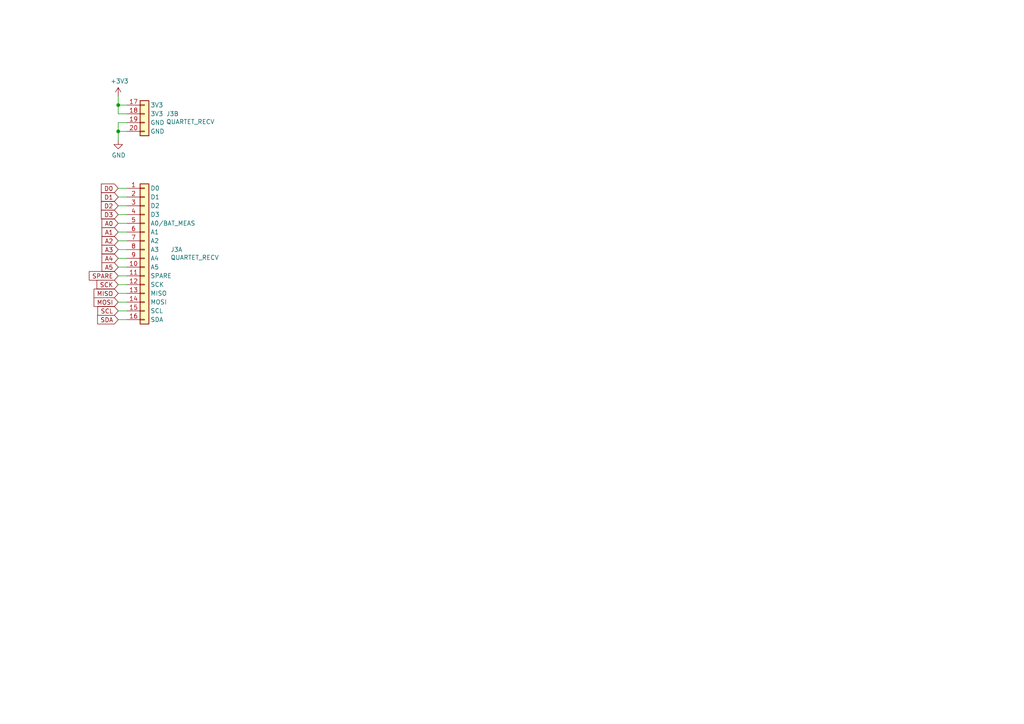
<source format=kicad_sch>
(kicad_sch (version 20230121) (generator eeschema)
  (paper "A4")
  (lib_symbols
    (symbol "power:+3V3" (power) (pin_names (offset 0))
      (property "Value" "+3V3" (at 0 3.556 0))
      (symbol "+3V3_0_1"
        (polyline (pts (xy -0.762 1.27) (xy 0 2.54)))
        (polyline (pts (xy 0 0) (xy 0 2.54)))
        (polyline (pts (xy 0 2.54) (xy 0.762 1.27)))
      )
      (symbol "+3V3_1_1"
        (pin power_in line (at 0 0 90) (length 0) hide (name "+3V3") (number "1"))
      )
    )
    (symbol "power:GND" (power) (pin_names (offset 0))
      (property "Value" "GND" (at 0 -3.81 0))
      (symbol "GND_0_1"
        (polyline (pts (xy 0 0) (xy 0 -1.27) (xy 1.27 -1.27) (xy 0 -2.54) (xy -1.27 -1.27) (xy 0 -1.27)))
      )
      (symbol "GND_1_1"
        (pin power_in line (at 0 0 270) (length 0) hide (name "GND") (number "1"))
      )
    )
    (symbol "quartet_breakout-rescue:QUARTET_RECV-gigahawk" (pin_names (offset 2.9972))
      (property "Reference" "J" (at 0 1.27 0))
      (property "Value" "gigahawk_QUARTET_RECV" (at 0 3.81 0))
      (symbol "QUARTET_RECV-gigahawk_1_1"
        (rectangle (start -1.27 -39.243) (end 0 -39.497) (stroke (width 0.1524)))
        (rectangle (start -1.27 -36.703) (end 0 -36.957) (stroke (width 0.1524)))
        (rectangle (start -1.27 -34.163) (end 0 -34.417) (stroke (width 0.1524)))
        (rectangle (start -1.27 -31.623) (end 0 -31.877) (stroke (width 0.1524)))
        (rectangle (start -1.27 -29.083) (end 0 -29.337) (stroke (width 0.1524)))
        (rectangle (start -1.27 -26.543) (end 0 -26.797) (stroke (width 0.1524)))
        (rectangle (start -1.27 -24.003) (end 0 -24.257) (stroke (width 0.1524)))
        (rectangle (start -1.27 -21.463) (end 0 -21.717) (stroke (width 0.1524)))
        (rectangle (start -1.27 -18.923) (end 0 -19.177) (stroke (width 0.1524)))
        (rectangle (start -1.27 -16.383) (end 0 -16.637) (stroke (width 0.1524)))
        (rectangle (start -1.27 -13.843) (end 0 -14.097) (stroke (width 0.1524)))
        (rectangle (start -1.27 -11.303) (end 0 -11.557) (stroke (width 0.1524)))
        (rectangle (start -1.27 -8.763) (end 0 -9.017) (stroke (width 0.1524)))
        (rectangle (start -1.27 -6.223) (end 0 -6.477) (stroke (width 0.1524)))
        (rectangle (start -1.27 -3.683) (end 0 -3.937) (stroke (width 0.1524)))
        (rectangle (start -1.27 -1.143) (end 0 -1.397) (stroke (width 0.1524)))
        (rectangle (start -1.27 0) (end 1.27 -40.64) (stroke (width 0.254)) (fill (type background)))
        (pin passive line (at -5.08 -1.27 0) (length 3.81) (name "D0") (number "1"))
        (pin passive line (at -5.08 -24.13 0) (length 3.81) (name "A5") (number "10"))
        (pin passive line (at -5.08 -26.67 0) (length 3.81) (name "SPARE") (number "11"))
        (pin passive line (at -5.08 -29.21 0) (length 3.81) (name "SCK") (number "12"))
        (pin passive line (at -5.08 -31.75 0) (length 3.81) (name "MISO") (number "13"))
        (pin passive line (at -5.08 -34.29 0) (length 3.81) (name "MOSI") (number "14"))
        (pin passive line (at -5.08 -36.83 0) (length 3.81) (name "SCL") (number "15"))
        (pin passive line (at -5.08 -39.37 0) (length 3.81) (name "SDA") (number "16"))
        (pin passive line (at -5.08 -3.81 0) (length 3.81) (name "D1") (number "2"))
        (pin passive line (at -5.08 -6.35 0) (length 3.81) (name "D2") (number "3"))
        (pin passive line (at -5.08 -8.89 0) (length 3.81) (name "D3") (number "4"))
        (pin passive line (at -5.08 -11.43 0) (length 3.81) (name "A0/BAT_MEAS") (number "5"))
        (pin passive line (at -5.08 -13.97 0) (length 3.81) (name "A1") (number "6"))
        (pin passive line (at -5.08 -16.51 0) (length 3.81) (name "A2") (number "7"))
        (pin passive line (at -5.08 -19.05 0) (length 3.81) (name "A3") (number "8"))
        (pin passive line (at -5.08 -21.59 0) (length 3.81) (name "A4") (number "9"))
      )
      (symbol "QUARTET_RECV-gigahawk_2_1"
        (rectangle (start -1.27 -8.763) (end 0 -9.017) (stroke (width 0.1524)))
        (rectangle (start -1.27 -6.223) (end 0 -6.477) (stroke (width 0.1524)))
        (rectangle (start -1.27 -3.683) (end 0 -3.937) (stroke (width 0.1524)))
        (rectangle (start -1.27 -1.143) (end 0 -1.397) (stroke (width 0.1524)))
        (rectangle (start -1.27 0) (end 1.27 -10.16) (stroke (width 0.254)) (fill (type background)))
        (pin passive line (at -5.08 -1.27 0) (length 3.81) (name "3V3") (number "17"))
        (pin passive line (at -5.08 -3.81 0) (length 3.81) (name "3V3") (number "18"))
        (pin passive line (at -5.08 -6.35 0) (length 3.81) (name "GND") (number "19"))
        (pin passive line (at -5.08 -8.89 0) (length 3.81) (name "GND") (number "20"))
      )
    )
  )
  (junction (at 34.29 38.1))
  (junction (at 34.29 30.48))
  (wire (pts (xy 34.29 59.69) (xy 36.83 59.69)))
  (wire (pts (xy 34.29 33.02) (xy 34.29 30.48)))
  (wire (pts (xy 36.83 62.23) (xy 34.29 62.23)))
  (wire (pts (xy 34.29 82.55) (xy 36.83 82.55)))
  (wire (pts (xy 34.29 35.56) (xy 34.29 38.1)))
  (wire (pts (xy 36.83 33.02) (xy 34.29 33.02)))
  (wire (pts (xy 36.83 77.47) (xy 34.29 77.47)))
  (wire (pts (xy 34.29 85.09) (xy 36.83 85.09)))
  (wire (pts (xy 34.29 54.61) (xy 36.83 54.61)))
  (wire (pts (xy 34.29 80.01) (xy 36.83 80.01)))
  (wire (pts (xy 34.29 87.63) (xy 36.83 87.63)))
  (wire (pts (xy 34.29 90.17) (xy 36.83 90.17)))
  (wire (pts (xy 34.29 69.85) (xy 36.83 69.85)))
  (wire (pts (xy 34.29 38.1) (xy 34.29 40.64)))
  (wire (pts (xy 34.29 92.71) (xy 36.83 92.71)))
  (wire (pts (xy 34.29 30.48) (xy 34.29 27.94)))
  (wire (pts (xy 36.83 57.15) (xy 34.29 57.15)))
  (wire (pts (xy 36.83 30.48) (xy 34.29 30.48)))
  (wire (pts (xy 36.83 67.31) (xy 34.29 67.31)))
  (wire (pts (xy 34.29 74.93) (xy 36.83 74.93)))
  (wire (pts (xy 36.83 35.56) (xy 34.29 35.56)))
  (wire (pts (xy 34.29 64.77) (xy 36.83 64.77)))
  (wire (pts (xy 36.83 38.1) (xy 34.29 38.1)))
  (wire (pts (xy 36.83 72.39) (xy 34.29 72.39)))
  (global_label "A5" (shape input) (at 34.29 77.47 180) (property "Intersheetrefs" "${INTERSHEET_REFS}" (effects hide)))
  (global_label "A0" (shape input) (at 34.29 64.77 180) (property "Intersheetrefs" "${INTERSHEET_REFS}" (effects hide)))
  (global_label "SCL" (shape input) (at 34.29 90.17 180) (property "Intersheetrefs" "${INTERSHEET_REFS}" (effects hide)))
  (global_label "MISO" (shape input) (at 34.29 85.09 180) (property "Intersheetrefs" "${INTERSHEET_REFS}" (effects hide)))
  (global_label "D2" (shape input) (at 34.29 59.69 180) (property "Intersheetrefs" "${INTERSHEET_REFS}" (effects hide)))
  (global_label "D1" (shape input) (at 34.29 57.15 180) (property "Intersheetrefs" "${INTERSHEET_REFS}" (effects hide)))
  (global_label "SCK" (shape input) (at 34.29 82.55 180) (property "Intersheetrefs" "${INTERSHEET_REFS}" (effects hide)))
  (global_label "A2" (shape input) (at 34.29 69.85 180) (property "Intersheetrefs" "${INTERSHEET_REFS}" (effects hide)))
  (global_label "MOSI" (shape input) (at 34.29 87.63 180) (property "Intersheetrefs" "${INTERSHEET_REFS}" (effects hide)))
  (global_label "D0" (shape input) (at 34.29 54.61 180) (property "Intersheetrefs" "${INTERSHEET_REFS}" (effects hide)))
  (global_label "SDA" (shape input) (at 34.29 92.71 180) (property "Intersheetrefs" "${INTERSHEET_REFS}" (effects hide)))
  (global_label "A1" (shape input) (at 34.29 67.31 180) (property "Intersheetrefs" "${INTERSHEET_REFS}" (effects hide)))
  (global_label "A3" (shape input) (at 34.29 72.39 180) (property "Intersheetrefs" "${INTERSHEET_REFS}" (effects hide)))
  (global_label "SPARE" (shape input) (at 34.29 80.01 180) (property "Intersheetrefs" "${INTERSHEET_REFS}" (effects hide)))
  (global_label "A4" (shape input) (at 34.29 74.93 180) (property "Intersheetrefs" "${INTERSHEET_REFS}" (effects hide)))
  (global_label "D3" (shape input) (at 34.29 62.23 180) (property "Intersheetrefs" "${INTERSHEET_REFS}" (effects hide)))
  (symbol (lib_id "power:GND") (at 34.29 40.64 0) (unit 1)
    (property "Reference" "#PWR017" (effects hide))
    (property "Value" "GND" (at 34.417 45.0342 0))
    (instances (project "quartet_breakout" (path "" (reference "#PWR?") (unit 1))))
  )
  (symbol (lib_id "quartet_breakout-rescue:QUARTET_RECV-gigahawk") (at 41.91 53.34 0) (unit 1)
    (property "Reference" "J3" (at 49.4538 72.39 0) (effects (justify left)))
    (property "Value" "QUARTET_RECV" (at 49.4538 74.7014 0) (effects (justify left)))
    (property "Footprint" "Gigahawk:QUARTET_RECV_MAIN" (effects hide))
    (property "Part Numbers" "F519-1A7A1-11004-E200; F519-1A7A1-11016-E200" (effects hide))
  )
  (symbol (lib_id "quartet_breakout-rescue:QUARTET_RECV-gigahawk") (at 41.91 29.21 0) (unit 2)
    (property "Reference" "J3" (at 48.1838 33.02 0) (effects (justify left)))
    (property "Value" "QUARTET_RECV" (at 48.1838 35.3314 0) (effects (justify left)))
    (property "Footprint" "Gigahawk:QUARTET_RECV_MAIN" (effects hide))
  )
  (symbol (lib_id "power:+3V3") (at 34.29 27.94 0) (unit 1)
    (property "Reference" "#PWR0105" (effects hide))
    (property "Value" "+3V3" (at 34.671 23.5458 0))
  )
)
</source>
